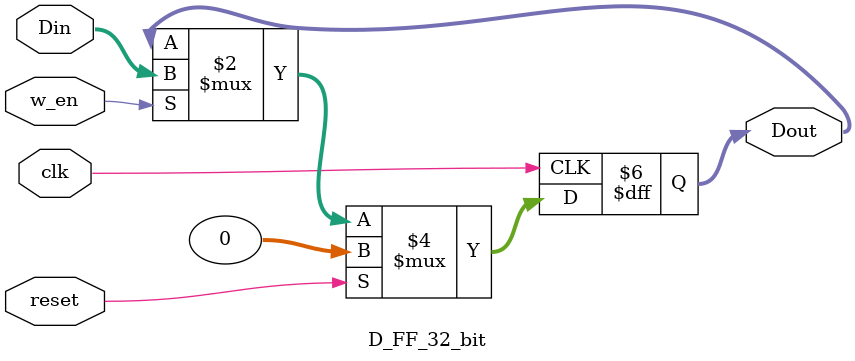
<source format=v>
module D_FF_32_bit(Din, reset, w_en, clk, Dout);
input[31:0] Din;
input reset, w_en, clk;
output[31:0] Dout;
reg[31:0] Dout;

always @(posedge clk)
	if (reset)
		Dout <= 32'd0;
	else
		Dout <= w_en ? Din : Dout;

endmodule
</source>
